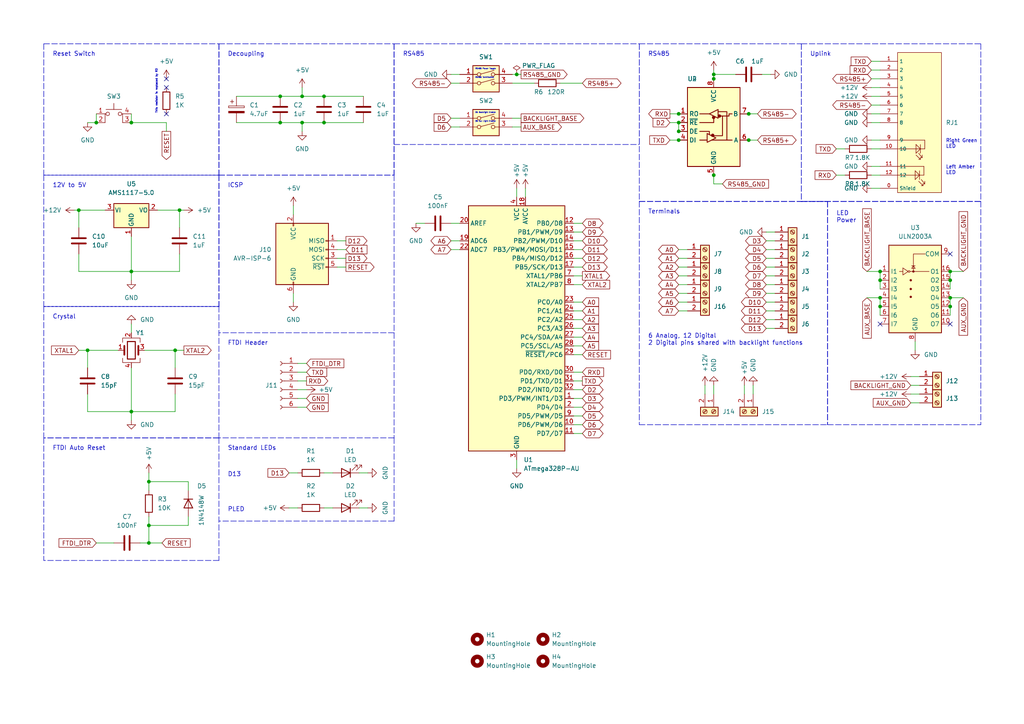
<source format=kicad_sch>
(kicad_sch (version 20211123) (generator eeschema)
  (paper "A4")
  (junction (at 52.07 60.96))
  (junction (at 207.01 50.8))
  (junction (at 81.28 27.94))
  (junction (at 196.85 38.1))
  (junction (at 93.98 35.56))
  (junction (at 255.27 88.9))
  (junction (at 196.85 40.64))
  (junction (at 255.27 78.74))
  (junction (at 93.98 27.94))
  (junction (at 207.01 21.59))
  (junction (at 217.17 40.64))
  (junction (at 207.01 22.86))
  (junction (at 38.1 35.56))
  (junction (at 149.86 21.59))
  (junction (at 196.85 33.02))
  (junction (at 43.18 152.4))
  (junction (at 22.86 60.96))
  (junction (at 275.59 78.74))
  (junction (at 275.59 86.36))
  (junction (at 196.85 35.56))
  (junction (at 38.1 78.74))
  (junction (at 43.18 157.48))
  (junction (at 87.63 35.56))
  (junction (at 255.27 86.36))
  (junction (at 275.59 81.28))
  (junction (at 255.27 81.28))
  (junction (at 217.17 33.02))
  (junction (at 25.4 101.6))
  (junction (at 275.59 88.9))
  (junction (at 50.8 101.6))
  (junction (at 38.1 119.38))
  (junction (at 87.63 27.94))
  (junction (at 43.18 139.7))
  (junction (at 81.28 35.56))
  (junction (at 27.94 35.56))
  (no_connect (at 48.26 22.86))
  (no_connect (at 275.59 73.66))
  (no_connect (at 275.59 93.98))
  (no_connect (at 255.27 93.98))
  (no_connect (at 48.26 33.02))
  (no_connect (at 48.26 25.4))
  (wire (pts (xy 168.91 82.55) (xy 166.37 82.55)))
  (wire (pts (xy 22.86 60.96) (xy 30.48 60.96)))
  (polyline (pts (xy 114.3 50.8) (xy 114.3 96.52)))
  (wire (pts (xy 22.86 78.74) (xy 38.1 78.74)))
  (wire (pts (xy 196.85 82.55) (xy 199.39 82.55)))
  (wire (pts (xy 38.1 78.74) (xy 52.07 78.74)))
  (wire (pts (xy 149.86 21.59) (xy 151.13 21.59)))
  (wire (pts (xy 252.73 25.4) (xy 255.27 25.4)))
  (wire (pts (xy 222.25 72.39) (xy 224.79 72.39)))
  (wire (pts (xy 41.91 101.6) (xy 50.8 101.6)))
  (wire (pts (xy 104.14 147.32) (xy 106.68 147.32)))
  (wire (pts (xy 252.73 22.86) (xy 255.27 22.86)))
  (wire (pts (xy 168.91 102.87) (xy 166.37 102.87)))
  (polyline (pts (xy 63.5 50.8) (xy 114.3 50.8)))
  (wire (pts (xy 252.73 40.64) (xy 255.27 40.64)))
  (polyline (pts (xy 63.5 127) (xy 12.7 127)))
  (wire (pts (xy 54.61 152.4) (xy 43.18 152.4)))
  (wire (pts (xy 25.4 119.38) (xy 38.1 119.38)))
  (polyline (pts (xy 240.03 58.42) (xy 240.03 123.19)))
  (polyline (pts (xy 232.41 58.42) (xy 284.48 58.42)))
  (wire (pts (xy 251.46 86.36) (xy 255.27 86.36)))
  (polyline (pts (xy 12.7 50.8) (xy 12.7 88.9)))
  (polyline (pts (xy 185.42 58.42) (xy 185.42 123.19)))
  (wire (pts (xy 222.25 82.55) (xy 224.79 82.55)))
  (wire (pts (xy 43.18 139.7) (xy 43.18 142.24)))
  (wire (pts (xy 120.65 64.77) (xy 123.19 64.77)))
  (polyline (pts (xy 114.3 41.91) (xy 185.42 41.91)))
  (polyline (pts (xy 240.03 123.19) (xy 284.48 123.19)))
  (wire (pts (xy 196.85 85.09) (xy 199.39 85.09)))
  (wire (pts (xy 222.25 85.09) (xy 224.79 85.09)))
  (wire (pts (xy 275.59 88.9) (xy 275.59 91.44)))
  (polyline (pts (xy 63.5 50.8) (xy 63.5 88.9)))
  (polyline (pts (xy 232.41 58.42) (xy 284.48 58.42)))
  (polyline (pts (xy 185.42 58.42) (xy 232.41 58.42)))
  (wire (pts (xy 43.18 157.48) (xy 43.18 152.4)))
  (wire (pts (xy 130.81 21.59) (xy 133.35 21.59)))
  (wire (pts (xy 207.01 53.34) (xy 209.55 53.34)))
  (wire (pts (xy 166.37 95.25) (xy 168.91 95.25)))
  (wire (pts (xy 275.59 86.36) (xy 275.59 88.9)))
  (wire (pts (xy 222.25 92.71) (xy 224.79 92.71)))
  (wire (pts (xy 218.44 111.76) (xy 218.44 114.3)))
  (wire (pts (xy 97.79 77.47) (xy 100.33 77.47)))
  (wire (pts (xy 196.85 87.63) (xy 199.39 87.63)))
  (wire (pts (xy 93.98 35.56) (xy 105.41 35.56)))
  (polyline (pts (xy 63.5 127) (xy 12.7 127)))
  (wire (pts (xy 166.37 87.63) (xy 168.91 87.63)))
  (wire (pts (xy 207.01 20.32) (xy 207.01 21.59)))
  (wire (pts (xy 166.37 92.71) (xy 168.91 92.71)))
  (wire (pts (xy 81.28 27.94) (xy 87.63 27.94)))
  (wire (pts (xy 130.81 24.13) (xy 133.35 24.13)))
  (wire (pts (xy 242.57 50.8) (xy 245.11 50.8)))
  (polyline (pts (xy 12.7 88.9) (xy 63.5 88.9)))
  (wire (pts (xy 85.09 59.69) (xy 85.09 62.23)))
  (wire (pts (xy 22.86 60.96) (xy 22.86 66.04)))
  (polyline (pts (xy 232.41 12.7) (xy 284.48 12.7)))
  (polyline (pts (xy 63.5 12.7) (xy 63.5 50.8)))
  (wire (pts (xy 25.4 35.56) (xy 27.94 35.56)))
  (wire (pts (xy 166.37 115.57) (xy 168.91 115.57)))
  (wire (pts (xy 87.63 25.4) (xy 87.63 27.94)))
  (wire (pts (xy 81.28 35.56) (xy 87.63 35.56)))
  (wire (pts (xy 222.25 90.17) (xy 224.79 90.17)))
  (wire (pts (xy 255.27 78.74) (xy 255.27 81.28)))
  (wire (pts (xy 196.85 90.17) (xy 199.39 90.17)))
  (wire (pts (xy 43.18 139.7) (xy 54.61 139.7)))
  (wire (pts (xy 68.58 27.94) (xy 81.28 27.94)))
  (wire (pts (xy 166.37 72.39) (xy 168.91 72.39)))
  (wire (pts (xy 88.9 115.57) (xy 86.36 115.57)))
  (wire (pts (xy 93.98 27.94) (xy 105.41 27.94)))
  (wire (pts (xy 222.25 77.47) (xy 224.79 77.47)))
  (wire (pts (xy 168.91 24.13) (xy 162.56 24.13)))
  (wire (pts (xy 166.37 110.49) (xy 168.91 110.49)))
  (polyline (pts (xy 284.48 58.42) (xy 284.48 123.19)))
  (wire (pts (xy 215.9 111.76) (xy 215.9 114.3)))
  (polyline (pts (xy 185.42 12.7) (xy 185.42 41.91)))
  (wire (pts (xy 21.59 60.96) (xy 22.86 60.96)))
  (wire (pts (xy 166.37 113.03) (xy 168.91 113.03)))
  (wire (pts (xy 207.01 111.76) (xy 207.01 114.3)))
  (wire (pts (xy 222.25 69.85) (xy 224.79 69.85)))
  (wire (pts (xy 87.63 35.56) (xy 93.98 35.56)))
  (polyline (pts (xy 63.5 12.7) (xy 63.5 50.8)))
  (wire (pts (xy 264.16 109.22) (xy 266.7 109.22)))
  (wire (pts (xy 222.25 67.31) (xy 224.79 67.31)))
  (wire (pts (xy 204.47 111.76) (xy 204.47 114.3)))
  (wire (pts (xy 50.8 119.38) (xy 38.1 119.38)))
  (wire (pts (xy 166.37 74.93) (xy 168.91 74.93)))
  (wire (pts (xy 25.4 114.3) (xy 25.4 119.38)))
  (wire (pts (xy 166.37 69.85) (xy 168.91 69.85)))
  (wire (pts (xy 43.18 137.16) (xy 43.18 139.7)))
  (wire (pts (xy 207.01 21.59) (xy 207.01 22.86)))
  (wire (pts (xy 207.01 21.59) (xy 213.36 21.59)))
  (wire (pts (xy 279.4 78.74) (xy 275.59 78.74)))
  (wire (pts (xy 194.31 35.56) (xy 196.85 35.56)))
  (polyline (pts (xy 185.42 12.7) (xy 232.41 12.7)))
  (wire (pts (xy 87.63 35.56) (xy 87.63 38.1)))
  (wire (pts (xy 97.79 72.39) (xy 100.33 72.39)))
  (wire (pts (xy 207.01 50.8) (xy 207.01 53.34)))
  (wire (pts (xy 166.37 100.33) (xy 168.91 100.33)))
  (wire (pts (xy 43.18 152.4) (xy 43.18 149.86)))
  (polyline (pts (xy 232.41 12.7) (xy 232.41 58.42)))
  (wire (pts (xy 252.73 54.61) (xy 255.27 54.61)))
  (polyline (pts (xy 63.5 50.8) (xy 114.3 50.8)))
  (polyline (pts (xy 114.3 151.13) (xy 63.5 151.13)))
  (wire (pts (xy 50.8 114.3) (xy 50.8 119.38)))
  (polyline (pts (xy 12.7 88.9) (xy 12.7 127)))
  (wire (pts (xy 196.85 35.56) (xy 196.85 38.1)))
  (polyline (pts (xy 114.3 127) (xy 114.3 151.13)))
  (wire (pts (xy 52.07 60.96) (xy 53.34 60.96)))
  (wire (pts (xy 97.79 74.93) (xy 100.33 74.93)))
  (polyline (pts (xy 114.3 96.52) (xy 63.5 96.52)))
  (wire (pts (xy 27.94 157.48) (xy 33.02 157.48)))
  (wire (pts (xy 25.4 101.6) (xy 25.4 106.68)))
  (wire (pts (xy 87.63 27.94) (xy 93.98 27.94)))
  (wire (pts (xy 265.43 99.06) (xy 265.43 101.6)))
  (wire (pts (xy 194.31 40.64) (xy 196.85 40.64)))
  (wire (pts (xy 38.1 68.58) (xy 38.1 78.74)))
  (polyline (pts (xy 63.5 50.8) (xy 12.7 50.8)))
  (wire (pts (xy 148.59 24.13) (xy 154.94 24.13)))
  (wire (pts (xy 130.81 69.85) (xy 133.35 69.85)))
  (polyline (pts (xy 63.5 88.9) (xy 12.7 88.9)))
  (wire (pts (xy 54.61 149.86) (xy 54.61 152.4)))
  (wire (pts (xy 149.86 54.61) (xy 149.86 57.15)))
  (wire (pts (xy 52.07 78.74) (xy 52.07 73.66)))
  (wire (pts (xy 38.1 106.68) (xy 38.1 119.38)))
  (wire (pts (xy 68.58 35.56) (xy 81.28 35.56)))
  (wire (pts (xy 252.73 20.32) (xy 255.27 20.32)))
  (wire (pts (xy 38.1 33.02) (xy 38.1 35.56)))
  (wire (pts (xy 166.37 97.79) (xy 168.91 97.79)))
  (wire (pts (xy 251.46 78.74) (xy 255.27 78.74)))
  (wire (pts (xy 148.59 21.59) (xy 149.86 21.59)))
  (polyline (pts (xy 114.3 12.7) (xy 114.3 50.8)))
  (polyline (pts (xy 114.3 12.7) (xy 185.42 12.7)))
  (wire (pts (xy 83.82 147.32) (xy 86.36 147.32)))
  (polyline (pts (xy 12.7 127) (xy 12.7 162.56)))
  (wire (pts (xy 88.9 118.11) (xy 86.36 118.11)))
  (wire (pts (xy 166.37 90.17) (xy 168.91 90.17)))
  (wire (pts (xy 196.85 80.01) (xy 199.39 80.01)))
  (wire (pts (xy 93.98 147.32) (xy 96.52 147.32)))
  (wire (pts (xy 255.27 86.36) (xy 255.27 88.9)))
  (wire (pts (xy 166.37 120.65) (xy 168.91 120.65)))
  (wire (pts (xy 83.82 137.16) (xy 86.36 137.16)))
  (wire (pts (xy 252.73 43.18) (xy 255.27 43.18)))
  (wire (pts (xy 148.59 34.29) (xy 151.13 34.29)))
  (wire (pts (xy 275.59 81.28) (xy 275.59 83.82)))
  (polyline (pts (xy 63.5 50.8) (xy 63.5 88.9)))
  (wire (pts (xy 252.73 48.26) (xy 255.27 48.26)))
  (wire (pts (xy 279.4 86.36) (xy 275.59 86.36)))
  (wire (pts (xy 54.61 142.24) (xy 54.61 139.7)))
  (wire (pts (xy 252.73 35.56) (xy 255.27 35.56)))
  (polyline (pts (xy 63.5 162.56) (xy 12.7 162.56)))
  (wire (pts (xy 220.98 21.59) (xy 223.52 21.59)))
  (wire (pts (xy 85.09 85.09) (xy 85.09 87.63)))
  (wire (pts (xy 130.81 36.83) (xy 133.35 36.83)))
  (wire (pts (xy 45.72 60.96) (xy 52.07 60.96)))
  (wire (pts (xy 166.37 125.73) (xy 168.91 125.73)))
  (polyline (pts (xy 185.42 58.42) (xy 240.03 58.42)))
  (wire (pts (xy 148.59 36.83) (xy 151.13 36.83)))
  (wire (pts (xy 217.17 33.02) (xy 219.71 33.02)))
  (wire (pts (xy 38.1 78.74) (xy 38.1 81.28)))
  (wire (pts (xy 264.16 111.76) (xy 266.7 111.76)))
  (wire (pts (xy 50.8 101.6) (xy 53.34 101.6)))
  (wire (pts (xy 194.31 33.02) (xy 196.85 33.02)))
  (wire (pts (xy 22.86 78.74) (xy 22.86 73.66)))
  (wire (pts (xy 149.86 133.35) (xy 149.86 135.89)))
  (wire (pts (xy 130.81 72.39) (xy 133.35 72.39)))
  (wire (pts (xy 255.27 88.9) (xy 255.27 91.44)))
  (polyline (pts (xy 63.5 12.7) (xy 114.3 12.7)))
  (wire (pts (xy 166.37 118.11) (xy 168.91 118.11)))
  (wire (pts (xy 252.73 27.94) (xy 255.27 27.94)))
  (polyline (pts (xy 240.03 58.42) (xy 240.03 123.19)))
  (wire (pts (xy 130.81 34.29) (xy 133.35 34.29)))
  (wire (pts (xy 48.26 35.56) (xy 48.26 38.1)))
  (wire (pts (xy 38.1 119.38) (xy 38.1 121.92)))
  (polyline (pts (xy 63.5 88.9) (xy 63.5 127)))
  (wire (pts (xy 168.91 80.01) (xy 166.37 80.01)))
  (wire (pts (xy 222.25 74.93) (xy 224.79 74.93)))
  (wire (pts (xy 166.37 77.47) (xy 168.91 77.47)))
  (polyline (pts (xy 12.7 12.7) (xy 12.7 50.8)))
  (wire (pts (xy 255.27 81.28) (xy 255.27 83.82)))
  (polyline (pts (xy 114.3 12.7) (xy 114.3 50.8)))
  (wire (pts (xy 217.17 40.64) (xy 219.71 40.64)))
  (wire (pts (xy 130.81 64.77) (xy 133.35 64.77)))
  (polyline (pts (xy 12.7 12.7) (xy 63.5 12.7)))
  (wire (pts (xy 275.59 78.74) (xy 275.59 81.28)))
  (wire (pts (xy 222.25 80.01) (xy 224.79 80.01)))
  (wire (pts (xy 52.07 60.96) (xy 52.07 66.04)))
  (wire (pts (xy 38.1 35.56) (xy 48.26 35.56)))
  (wire (pts (xy 264.16 116.84) (xy 266.7 116.84)))
  (wire (pts (xy 252.73 50.8) (xy 255.27 50.8)))
  (wire (pts (xy 264.16 114.3) (xy 266.7 114.3)))
  (polyline (pts (xy 63.5 127) (xy 63.5 162.56)))
  (wire (pts (xy 88.9 105.41) (xy 86.36 105.41)))
  (wire (pts (xy 43.18 157.48) (xy 46.99 157.48)))
  (wire (pts (xy 166.37 107.95) (xy 168.91 107.95)))
  (wire (pts (xy 27.94 33.02) (xy 27.94 35.56)))
  (wire (pts (xy 252.73 17.78) (xy 255.27 17.78)))
  (polyline (pts (xy 185.42 123.19) (xy 240.03 123.19)))
  (wire (pts (xy 104.14 137.16) (xy 106.68 137.16)))
  (wire (pts (xy 93.98 137.16) (xy 96.52 137.16)))
  (polyline (pts (xy 185.42 12.7) (xy 185.42 58.42)))
  (wire (pts (xy 25.4 101.6) (xy 34.29 101.6)))
  (wire (pts (xy 222.25 95.25) (xy 224.79 95.25)))
  (wire (pts (xy 97.79 69.85) (xy 100.33 69.85)))
  (wire (pts (xy 22.86 101.6) (xy 25.4 101.6)))
  (wire (pts (xy 50.8 101.6) (xy 50.8 106.68)))
  (wire (pts (xy 196.85 72.39) (xy 199.39 72.39)))
  (polyline (pts (xy 114.3 127) (xy 63.5 127)))
  (wire (pts (xy 222.25 87.63) (xy 224.79 87.63)))
  (wire (pts (xy 166.37 123.19) (xy 168.91 123.19)))
  (wire (pts (xy 252.73 30.48) (xy 255.27 30.48)))
  (polyline (pts (xy 232.41 12.7) (xy 232.41 58.42)))
  (wire (pts (xy 88.9 110.49) (xy 86.36 110.49)))
  (wire (pts (xy 252.73 33.02) (xy 255.27 33.02)))
  (wire (pts (xy 242.57 43.18) (xy 245.11 43.18)))
  (wire (pts (xy 40.64 157.48) (xy 43.18 157.48)))
  (wire (pts (xy 38.1 93.98) (xy 38.1 96.52)))
  (wire (pts (xy 166.37 64.77) (xy 168.91 64.77)))
  (wire (pts (xy 88.9 107.95) (xy 86.36 107.95)))
  (polyline (pts (xy 12.7 50.8) (xy 63.5 50.8)))
  (wire (pts (xy 88.9 113.03) (xy 86.36 113.03)))
  (polyline (pts (xy 284.48 12.7) (xy 284.48 58.42)))
  (wire (pts (xy 196.85 74.93) (xy 199.39 74.93)))
  (polyline (pts (xy 114.3 96.52) (xy 114.3 127)))
  (wire (pts (xy 196.85 77.47) (xy 199.39 77.47)))
  (wire (pts (xy 166.37 67.31) (xy 168.91 67.31)))
  (wire (pts (xy 152.4 54.61) (xy 152.4 57.15)))
  (text "RS485" (at 187.96 16.51 0) (effects (font (size 1.27 1.27)) (justify left bottom)))
  (text "Decoupling" (at 66.04 16.51 0) (effects (font (size 1.27 1.27)) (justify left bottom)))
  (text "Left Amber\nLED" (at 274.32 50.8 0) (effects (font (size 1.016 1.016)) (justify left bottom)))
  (text "D13" (at 66.04 138.43 0) (effects (font (size 1.27 1.27)) (justify left bottom)))
  (text "12V to 5V" (at 15.24 54.61 0) (effects (font (size 1.27 1.27)) (justify left bottom)))
  (text "Uplink" (at 234.95 16.51 0) (effects (font (size 1.27 1.27)) (justify left bottom)))
  (text "D5 Backlight Enable" (at 137.795 33.02 0) (effects (font (size 0.381 0.381)) (justify left bottom)))
  (text "RS485 Power Toggle" (at 137.795 20.32 0) (effects (font (size 0.381 0.381)) (justify left bottom)))
  (text "RS485" (at 116.84 16.51 0) (effects (font (size 1.27 1.27)) (justify left bottom)))
  (text "6 Analog, 12 Digital\n2 Digital pins shared with backlight functions" (at 187.96 100.33 0) (effects (font (size 1.27 1.27)) (justify left bottom)))
  (text "Terminals" (at 187.96 62.23 0) (effects (font (size 1.27 1.27)) (justify left bottom)))
  (text "RS485 Termination" (at 137.795 22.86 0) (effects (font (size 0.381 0.381)) (justify left bottom)))
  (text "PLED" (at 66.04 148.59 0) (effects (font (size 1.27 1.27)) (justify left bottom)))
  (text "FTDI Header" (at 66.04 100.33 0) (effects (font (size 1.27 1.27)) (justify left bottom)))
  (text "D6 Aux Light Enable" (at 137.795 35.56 0) (effects (font (size 0.381 0.381)) (justify left bottom)))
  (text "Standard LEDs" (at 66.04 130.81 0) (effects (font (size 1.27 1.27)) (justify left bottom)))
  (text "LED\nPower" (at 242.57 64.77 0) (effects (font (size 1.27 1.27)) (justify left bottom)))
  (text "Right Green\nLED" (at 274.32 43.18 0) (effects (font (size 1.016 1.016)) (justify left bottom)))
  (text "FTDI Auto Reset" (at 15.24 130.81 0) (effects (font (size 1.27 1.27)) (justify left bottom)))
  (text "Reset Switch" (at 15.24 16.51 0) (effects (font (size 1.27 1.27)) (justify left bottom)))
  (text "Crystal" (at 15.24 92.71 0) (effects (font (size 1.27 1.27)) (justify left bottom)))
  (text "ICSP" (at 66.04 54.61 0) (effects (font (size 1.27 1.27)) (justify left bottom)))
  (text "This resistor is replaced by R3" (at 45.72 33.02 90) (effects (font (size 0.54 0.54)) (justify left bottom)))
  (global_label "A1" (shape input) (at 168.91 90.17 0) (property "Intersheet References" "${INTERSHEET_REFS}" (effects hide)))
  (global_label "A1" (shape bidirectional) (at 196.85 74.93 180) (property "Intersheet References" "${INTERSHEET_REFS}" (effects hide)))
  (global_label "RXD" (shape output) (at 88.9 110.49 0) (property "Intersheet References" "${INTERSHEET_REFS}" (effects hide)))
  (global_label "RXD" (shape input) (at 168.91 107.95 0) (property "Intersheet References" "${INTERSHEET_REFS}" (effects hide)))
  (global_label "D11" (shape bidirectional) (at 222.25 90.17 180) (property "Intersheet References" "${INTERSHEET_REFS}" (effects hide)))
  (global_label "D6" (shape bidirectional) (at 222.25 77.47 180) (property "Intersheet References" "${INTERSHEET_REFS}" (effects hide)))
  (global_label "D8" (shape bidirectional) (at 222.25 82.55 180) (property "Intersheet References" "${INTERSHEET_REFS}" (effects hide)))
  (global_label "D11" (shape bidirectional) (at 168.91 72.39 0) (property "Intersheet References" "${INTERSHEET_REFS}" (effects hide)))
  (global_label "A2" (shape bidirectional) (at 196.85 77.47 180) (property "Intersheet References" "${INTERSHEET_REFS}" (effects hide)))
  (global_label "D12" (shape bidirectional) (at 168.91 74.93 0) (property "Intersheet References" "${INTERSHEET_REFS}" (effects hide)))
  (global_label "XTAL1" (shape input) (at 22.86 101.6 180) (property "Intersheet References" "${INTERSHEET_REFS}" (effects hide)))
  (global_label "A7" (shape bidirectional) (at 196.85 90.17 180) (property "Intersheet References" "${INTERSHEET_REFS}" (effects hide)))
  (global_label "D4" (shape bidirectional) (at 222.25 72.39 180) (property "Intersheet References" "${INTERSHEET_REFS}" (effects hide)))
  (global_label "A3" (shape input) (at 168.91 95.25 0) (property "Intersheet References" "${INTERSHEET_REFS}" (effects hide)))
  (global_label "D9" (shape bidirectional) (at 222.25 85.09 180) (property "Intersheet References" "${INTERSHEET_REFS}" (effects hide)))
  (global_label "GND" (shape input) (at 88.9 115.57 0) (property "Intersheet References" "${INTERSHEET_REFS}" (effects hide)))
  (global_label "BACKLIGHT_BASE" (shape input) (at 251.46 78.74 90) (property "Intersheet References" "${INTERSHEET_REFS}" (effects hide)))
  (global_label "A6" (shape bidirectional) (at 130.81 69.85 180) (property "Intersheet References" "${INTERSHEET_REFS}" (effects hide)))
  (global_label "D13" (shape input) (at 83.82 137.16 180) (property "Intersheet References" "${INTERSHEET_REFS}" (effects hide)))
  (global_label "D2" (shape input) (at 194.31 35.56 180) (property "Intersheet References" "${INTERSHEET_REFS}" (effects hide)))
  (global_label "TXD" (shape input) (at 242.57 43.18 180) (property "Intersheet References" "${INTERSHEET_REFS}" (effects hide)))
  (global_label "RESET" (shape input) (at 168.91 102.87 0) (property "Intersheet References" "${INTERSHEET_REFS}" (effects hide)))
  (global_label "A4" (shape input) (at 168.91 97.79 0) (property "Intersheet References" "${INTERSHEET_REFS}" (effects hide)))
  (global_label "AUX_BASE" (shape output) (at 151.13 36.83 0) (property "Intersheet References" "${INTERSHEET_REFS}" (effects hide)))
  (global_label "FTDI_DTR" (shape input) (at 88.9 105.41 0) (property "Intersheet References" "${INTERSHEET_REFS}" (effects hide)))
  (global_label "RS485-" (shape bidirectional) (at 130.81 24.13 180) (property "Intersheet References" "${INTERSHEET_REFS}" (effects hide)))
  (global_label "FTDI_DTR" (shape input) (at 27.94 157.48 180) (property "Intersheet References" "${INTERSHEET_REFS}" (effects hide)))
  (global_label "AUX_GND" (shape input) (at 264.16 116.84 180) (property "Intersheet References" "${INTERSHEET_REFS}" (effects hide)))
  (global_label "A4" (shape bidirectional) (at 196.85 82.55 180) (property "Intersheet References" "${INTERSHEET_REFS}" (effects hide)))
  (global_label "RS485-" (shape bidirectional) (at 252.73 30.48 180) (property "Intersheet References" "${INTERSHEET_REFS}" (effects hide)))
  (global_label "D10" (shape bidirectional) (at 222.25 87.63 180) (property "Intersheet References" "${INTERSHEET_REFS}" (effects hide)))
  (global_label "D7" (shape bidirectional) (at 168.91 125.73 0) (property "Intersheet References" "${INTERSHEET_REFS}" (effects hide)))
  (global_label "A6" (shape bidirectional) (at 196.85 87.63 180) (property "Intersheet References" "${INTERSHEET_REFS}" (effects hide)))
  (global_label "BACKLIGHT_GND" (shape input) (at 264.16 111.76 180) (property "Intersheet References" "${INTERSHEET_REFS}" (effects hide)))
  (global_label "D13" (shape bidirectional) (at 168.91 77.47 0) (property "Intersheet References" "${INTERSHEET_REFS}" (effects hide)))
  (global_label "A0" (shape bidirectional) (at 196.85 72.39 180) (property "Intersheet References" "${INTERSHEET_REFS}" (effects hide)))
  (global_label "XTAL1" (shape output) (at 168.91 80.01 0) (property "Intersheet References" "${INTERSHEET_REFS}" (effects hide)))
  (global_label "D5" (shape bidirectional) (at 222.25 74.93 180) (property "Intersheet References" "${INTERSHEET_REFS}" (effects hide)))
  (global_label "RESET" (shape input) (at 46.99 157.48 0) (property "Intersheet References" "${INTERSHEET_REFS}" (effects hide)))
  (global_label "D13" (shape output) (at 100.33 74.93 0) (property "Intersheet References" "${INTERSHEET_REFS}" (effects hide)))
  (global_label "D3" (shape bidirectional) (at 168.91 115.57 0) (property "Intersheet References" "${INTERSHEET_REFS}" (effects hide)))
  (global_label "A5" (shape bidirectional) (at 196.85 85.09 180) (property "Intersheet References" "${INTERSHEET_REFS}" (effects hide)))
  (global_label "RS485+" (shape bidirectional) (at 168.91 24.13 0) (property "Intersheet References" "${INTERSHEET_REFS}" (effects hide)))
  (global_label "D10" (shape bidirectional) (at 168.91 69.85 0) (property "Intersheet References" "${INTERSHEET_REFS}" (effects hide)))
  (global_label "D5" (shape bidirectional) (at 168.91 120.65 0) (property "Intersheet References" "${INTERSHEET_REFS}" (effects hide)))
  (global_label "D11" (shape input) (at 100.33 72.39 0) (property "Intersheet References" "${INTERSHEET_REFS}" (effects hide)))
  (global_label "A3" (shape bidirectional) (at 196.85 80.01 180) (property "Intersheet References" "${INTERSHEET_REFS}" (effects hide)))
  (global_label "D9" (shape bidirectional) (at 168.91 67.31 0) (property "Intersheet References" "${INTERSHEET_REFS}" (effects hide)))
  (global_label "XTAL2" (shape input) (at 168.91 82.55 0) (property "Intersheet References" "${INTERSHEET_REFS}" (effects hide)))
  (global_label "GND" (shape input) (at 88.9 118.11 0) (property "Intersheet References" "${INTERSHEET_REFS}" (effects hide)))
  (global_label "A5" (shape input) (at 168.91 100.33 0) (property "Intersheet References" "${INTERSHEET_REFS}" (effects hide)))
  (global_label "RS485+" (shape bidirectional) (at 219.71 40.64 0) (property "Intersheet References" "${INTERSHEET_REFS}" (effects hide)))
  (global_label "RS485_GND" (shape output) (at 151.13 21.59 0) (property "Intersheet References" "${INTERSHEET_REFS}" (effects hide)))
  (global_label "D13" (shape bidirectional) (at 222.25 95.25 180) (property "Intersheet References" "${INTERSHEET_REFS}" (effects hide)))
  (global_label "RXD" (shape input) (at 242.57 50.8 180) (property "Intersheet References" "${INTERSHEET_REFS}" (effects hide)))
  (global_label "D5" (shape input) (at 130.81 34.29 180) (property "Intersheet References" "${INTERSHEET_REFS}" (effects hide)))
  (global_label "TXD" (shape output) (at 168.91 110.49 0) (property "Intersheet References" "${INTERSHEET_REFS}" (effects hide)))
  (global_label "D6" (shape input) (at 130.81 36.83 180) (property "Intersheet References" "${INTERSHEET_REFS}" (effects hide)))
  (global_label "D12" (shape bidirectional) (at 222.25 92.71 180) (property "Intersheet References" "${INTERSHEET_REFS}" (effects hide)))
  (global_label "D7" (shape bidirectional) (at 222.25 80.01 180) (property "Intersheet References" "${INTERSHEET_REFS}" (effects hide)))
  (global_label "D4" (shape bidirectional) (at 168.91 118.11 0) (property "Intersheet References" "${INTERSHEET_REFS}" (effects hide)))
  (global_label "RS485_GND" (shape input) (at 209.55 53.34 0) (property "Intersheet References" "${INTERSHEET_REFS}" (effects hide)))
  (global_label "D12" (shape output) (at 100.33 69.85 0) (property "Intersheet References" "${INTERSHEET_REFS}" (effects hide)))
  (global_label "D8" (shape bidirectional) (at 168.91 64.77 0) (property "Intersheet References" "${INTERSHEET_REFS}" (effects hide)))
  (global_label "RS485+" (shape bidirectional) (at 252.73 22.86 180) (property "Intersheet References" "${INTERSHEET_REFS}" (effects hide)))
  (global_label "XTAL2" (shape output) (at 53.34 101.6 0) (property "Intersheet References" "${INTERSHEET_REFS}" (effects hide)))
  (global_label "BACKLIGHT_BASE" (shape output) (at 151.13 34.29 0) (property "Intersheet References" "${INTERSHEET_REFS}" (effects hide)))
  (global_label "AUX_BASE" (shape input) (at 251.46 86.36 270) (property "Intersheet References" "${INTERSHEET_REFS}" (effects hide)))
  (global_label "A0" (shape input) (at 168.91 87.63 0) (property "Intersheet References" "${INTERSHEET_REFS}" (effects hide)))
  (global_label "A2" (shape input) (at 168.91 92.71 0) (property "Intersheet References" "${INTERSHEET_REFS}" (effects hide)))
  (global_label "D6" (shape bidirectional) (at 168.91 123.19 0) (property "Intersheet References" "${INTERSHEET_REFS}" (effects hide)))
  (global_label "BACKLIGHT_GND" (shape input) (at 279.4 78.74 90) (property "Intersheet References" "${INTERSHEET_REFS}" (effects hide)))
  (global_label "TXD" (shape input) (at 88.9 107.95 0) (property "Intersheet References" "${INTERSHEET_REFS}" (effects hide)))
  (global_label "RXD" (shape output) (at 194.31 33.02 180) (property "Intersheet References" "${INTERSHEET_REFS}" (effects hide)))
  (global_label "RS485-" (shape bidirectional) (at 219.71 33.02 0) (property "Intersheet References" "${INTERSHEET_REFS}" (effects hide)))
  (global_label "RESET" (shape output) (at 48.26 38.1 270) (property "Intersheet References" "${INTERSHEET_REFS}" (effects hide)))
  (global_label "TXD" (shape input) (at 252.73 17.78 180) (property "Intersheet References" "${INTERSHEET_REFS}" (effects hide)))
  (global_label "TXD" (shape input) (at 194.31 40.64 180) (property "Intersheet References" "${INTERSHEET_REFS}" (effects hide)))
  (global_label "AUX_GND" (shape input) (at 279.4 86.36 270) (property "Intersheet References" "${INTERSHEET_REFS}" (effects hide)))
  (global_label "A7" (shape bidirectional) (at 130.81 72.39 180) (property "Intersheet References" "${INTERSHEET_REFS}" (effects hide)))
  (global_label "RESET" (shape output) (at 100.33 77.47 0) (property "Intersheet References" "${INTERSHEET_REFS}" (effects hide)))
  (global_label "D3" (shape bidirectional) (at 222.25 69.85 180) (property "Intersheet References" "${INTERSHEET_REFS}" (effects hide)))
  (global_label "D2" (shape bidirectional) (at 168.91 113.03 0) (property "Intersheet References" "${INTERSHEET_REFS}" (effects hide)))
  (global_label "RXD" (shape input) (at 252.73 20.32 180) (property "Intersheet References" "${INTERSHEET_REFS}" (effects hide)))
  (symbol (lib_id "Connector:Screw_Terminal_01x02") (at 271.78 114.3 0) (unit 1)
    (property "Reference" "J13" (at 274.32 115.5699 0) (effects (justify left)))
    (property "Value" "Screw_Terminal_01x02" (effects hide))
    (property "Footprint" "A10 KiCad Libraries:CONN-TH_WJ126V-5.0-2P" (effects hide))
    (property "LCSC" "C8404" (effects hide))
  )
  (symbol (lib_id "Device:D") (at 54.61 146.05 270) (unit 1)
    (property "Reference" "D5" (at 57.15 140.97 90) (effects (justify left)))
    (property "Value" "1N4148W" (at 58.42 143.51 0) (effects (justify left)))
    (property "Footprint" "Diode_SMD:D_SOD-123" (effects hide))
    (property "LCSC" "C81598" (effects hide))
  )
  (symbol (lib_id "power:+5V") (at 149.86 54.61 0) (unit 1)
    (property "Reference" "#PWR0124" (effects hide))
    (property "Value" "+5V" (at 149.86 49.53 90))
  )
  (symbol (lib_id "Switch:SW_DIP_x02") (at 140.97 24.13 0) (unit 1)
    (property "Reference" "SW1" (at 140.97 16.51 0))
    (property "Value" "SW_DIP_x02" (effects hide))
    (property "Footprint" "A10 KiCad Libraries:SW-SMD_DSHP02TSGER" (effects hide))
    (property "LCSC" "C367376" (effects hide))
  )
  (symbol (lib_id "Device:C") (at 36.83 157.48 270) (unit 1)
    (property "Reference" "C7" (at 36.83 149.86 90))
    (property "Value" "100nF" (at 36.83 152.4 90))
    (property "Footprint" "A10 KiCad Libraries:C0402" (effects hide))
    (property "LCSC" "C1525" (effects hide))
  )
  (symbol (lib_id "power:GND") (at 223.52 21.59 90) (unit 1)
    (property "Reference" "#PWR0128" (effects hide))
    (property "Value" "GND" (at 227.33 21.5899 90) (effects (justify right)))
  )
  (symbol (lib_id "power:GND") (at 38.1 121.92 0) (unit 1)
    (property "Reference" "#PWR0123" (effects hide))
    (property "Value" "GND" (at 40.64 123.1899 0) (effects (justify left)))
  )
  (symbol (lib_id "power:+12V") (at 21.59 60.96 90) (unit 1)
    (property "Reference" "#PWR0103" (effects hide))
    (property "Value" "+12V" (at 17.78 60.9599 90) (effects (justify left)))
  )
  (symbol (lib_id "power:GND") (at 38.1 81.28 0) (unit 1)
    (property "Reference" "#PWR0121" (effects hide))
    (property "Value" "GND" (at 38.1 86.36 0))
  )
  (symbol (lib_id "Device:R") (at 90.17 137.16 90) (unit 1)
    (property "Reference" "R1" (at 90.17 130.81 90))
    (property "Value" "1K" (at 90.17 133.35 90))
    (property "Footprint" "Resistor_SMD:R_0805_2012Metric" (effects hide))
    (property "LCSC" "C17513" (effects hide))
  )
  (symbol (lib_id "Device:LED") (at 100.33 137.16 180) (unit 1)
    (property "Reference" "D1" (at 101.6 130.81 0))
    (property "Value" "LED" (at 101.6 133.35 0))
    (property "Footprint" "LED_SMD:LED_0603_1608Metric" (effects hide))
    (property "LCSC" "C72041" (effects hide))
  )
  (symbol (lib_id "power:+5V") (at 88.9 113.03 270) (mirror x) (unit 1)
    (property "Reference" "#PWR0117" (effects hide))
    (property "Value" "+5V" (at 96.52 113.03 90) (effects (justify right)))
  )
  (symbol (lib_id "power:+5V") (at 53.34 60.96 270) (unit 1)
    (property "Reference" "#PWR0106" (effects hide))
    (property "Value" "+5V" (at 57.15 60.9599 90) (effects (justify left)))
  )
  (symbol (lib_id "power:GND") (at 106.68 137.16 90) (unit 1)
    (property "Reference" "#PWR0115" (effects hide))
    (property "Value" "GND" (at 111.76 137.16 0))
  )
  (symbol (lib_id "power:+5V") (at 87.63 25.4 0) (unit 1)
    (property "Reference" "#PWR0114" (effects hide))
    (property "Value" "+5V" (at 87.63 20.32 0))
  )
  (symbol (lib_id "Connector:Screw_Terminal_01x02") (at 229.87 82.55 0) (unit 1)
    (property "Reference" "J4" (at 232.41 83.8199 0) (effects (justify left)))
    (property "Value" "Screw_Terminal_01x02" (effects hide))
    (property "Footprint" "A10 KiCad Libraries:CONN-TH_WJ126V-5.0-2P" (effects hide))
    (property "LCSC" "C8404" (effects hide))
  )
  (symbol (lib_id "Mechanical:MountingHole") (at 157.48 191.77 0) (unit 1)
    (property "Reference" "H4" (at 160.02 190.4999 0) (effects (justify left)))
    (property "Value" "MountingHole" (at 160.02 193.0399 0) (effects (justify left)))
    (property "Footprint" "MountingHole:MountingHole_3.2mm_M3" (effects hide))
  )
  (symbol (lib_id "Device:C") (at 52.07 69.85 0) (unit 1)
    (property "Reference" "C11" (at 55.88 68.5799 0) (effects (justify left)))
    (property "Value" "1uF" (at 55.88 71.1199 0) (effects (justify left)))
    (property "Footprint" "A10 KiCad Libraries:C0402" (effects hide))
    (property "LCSC" "C52923" (effects hide))
  )
  (symbol (lib_id "Device:LED") (at 100.33 147.32 180) (unit 1)
    (property "Reference" "D2" (at 101.6 140.97 0))
    (property "Value" "LED" (at 101.6 143.51 0))
    (property "Footprint" "LED_SMD:LED_0603_1608Metric" (effects hide))
    (property "LCSC" "C72041" (effects hide))
  )
  (symbol (lib_id "Connector:Screw_Terminal_01x02") (at 271.78 109.22 0) (unit 1)
    (property "Reference" "J12" (at 274.32 110.4899 0) (effects (justify left)))
    (property "Value" "Screw_Terminal_01x02" (effects hide))
    (property "Footprint" "A10 KiCad Libraries:CONN-TH_WJ126V-5.0-2P" (effects hide))
    (property "LCSC" "C8404" (effects hide))
  )
  (symbol (lib_id "power:+5V") (at 85.09 59.69 0) (unit 1)
    (property "Reference" "#PWR0113" (effects hide))
    (property "Value" "+5V" (at 85.09 54.61 0))
  )
  (symbol (lib_id "power:GND") (at 106.68 147.32 90) (unit 1)
    (property "Reference" "#PWR0116" (effects hide))
    (property "Value" "GND" (at 111.76 147.32 0))
  )
  (symbol (lib_id "power:GND") (at 149.86 135.89 0) (unit 1)
    (property "Reference" "#PWR0129" (effects hide))
    (property "Value" "GND" (at 149.86 140.97 0))
  )
  (symbol (lib_id "Connector:Screw_Terminal_01x02") (at 204.47 72.39 0) (unit 1)
    (property "Reference" "J7" (at 207.01 73.6599 0) (effects (justify left)))
    (property "Value" "Screw_Terminal_01x02" (effects hide))
    (property "Footprint" "A10 KiCad Libraries:CONN-TH_WJ126V-5.0-2P" (effects hide))
    (property "LCSC" "C8404" (effects hide))
  )
  (symbol (lib_id "Device:C") (at 81.28 31.75 0) (unit 1)
    (property "Reference" "C2" (at 85.09 30.4799 0) (effects (justify left)))
    (property "Value" "1uF" (at 85.09 33.0199 0) (effects (justify left)))
    (property "Footprint" "A10 KiCad Libraries:C0402" (effects hide))
    (property "LCSC" "C52923" (effects hide))
  )
  (symbol (lib_id "Connector:Screw_Terminal_01x02") (at 229.87 92.71 0) (unit 1)
    (property "Reference" "J6" (at 232.41 93.9799 0) (effects (justify left)))
    (property "Value" "Screw_Terminal_01x02" (effects hide))
    (property "Footprint" "A10 KiCad Libraries:CONN-TH_WJ126V-5.0-2P" (effects hide))
    (property "LCSC" "C8404" (effects hide))
  )
  (symbol (lib_id "Connector:Screw_Terminal_01x02") (at 204.47 77.47 0) (unit 1)
    (property "Reference" "J8" (at 207.01 78.7399 0) (effects (justify left)))
    (property "Value" "Screw_Terminal_01x02" (effects hide))
    (property "Footprint" "A10 KiCad Libraries:CONN-TH_WJ126V-5.0-2P" (effects hide))
    (property "LCSC" "C8404" (effects hide))
  )
  (symbol (lib_id "Connector:AVR-ISP-6") (at 87.63 74.93 0) (unit 1)
    (property "Reference" "J10" (at 78.74 72.3899 0) (effects (justify right)))
    (property "Value" "AVR-ISP-6" (at 78.74 74.9299 0) (effects (justify right)))
    (property "Footprint" "Connector_PinHeader_2.54mm:PinHeader_2x03_P2.54mm_Vertical" (effects hide))
    (property "Datasheet" " ~" (effects hide))
    (property "LCSC" "C492420" (effects hide))
  )
  (symbol (lib_id "Connector:Conn_01x06_Female") (at 81.28 110.49 0) (mirror y) (unit 1)
    (property "Reference" "J11" (at 78.74 111.76 0))
    (property "Value" "Conn_01x06_Female" (effects hide))
    (property "Footprint" "Connector_PinSocket_2.54mm:PinSocket_1x06_P2.54mm_Vertical" (effects hide))
    (property "LCSC" "C40877" (effects hide))
  )
  (symbol (lib_id "Device:C") (at 22.86 69.85 0) (unit 1)
    (property "Reference" "C10" (at 26.67 68.5799 0) (effects (justify left)))
    (property "Value" "10uF" (at 26.67 71.1199 0) (effects (justify left)))
    (property "Footprint" "A10 KiCad Libraries:C0402" (effects hide))
    (property "LCSC" "C15525" (effects hide))
  )
  (symbol (lib_id "Switch:SW_DIP_x02") (at 140.97 36.83 0) (unit 1)
    (property "Reference" "SW2" (at 140.97 29.21 0))
    (property "Value" "SW_DIP_x02" (effects hide))
    (property "Footprint" "A10 KiCad Libraries:SW-SMD_DSHP02TSGER" (effects hide))
    (property "LCSC" "C367376" (effects hide))
  )
  (symbol (lib_id "Transistor_Array:ULN2003A") (at 265.43 83.82 0) (unit 1)
    (property "Reference" "U3" (at 265.43 66.04 0))
    (property "Value" "ULN2003A" (at 265.43 68.58 0))
    (property "Footprint" "A10 KiCad Libraries:SOP-16_L10.0-W3.9-P1.27-LS6.0-BL" (effects hide))
    (property "Datasheet" "http://www.ti.com/lit/ds/symlink/uln2003a.pdf" (effects hide))
    (property "LCSC" "C7512" (effects hide))
  )
  (symbol (lib_id "power:GND") (at 265.43 101.6 0) (unit 1)
    (property "Reference" "#PWR0138" (effects hide))
    (property "Value" "GND" (at 267.97 102.8699 0) (effects (justify left)))
  )
  (symbol (lib_id "power:+5V") (at 48.26 22.86 0) (unit 1)
    (property "Reference" "#PWR0105" (effects hide))
    (property "Value" "+5V" (at 48.26 17.78 0))
  )
  (symbol (lib_id "power:+12V") (at 204.47 111.76 0) (unit 1)
    (property "Reference" "#PWR0143" (effects hide))
    (property "Value" "+12V" (at 204.47 107.95 90) (effects (justify left)))
  )
  (symbol (lib_id "power:GND") (at 252.73 35.56 270) (unit 1)
    (property "Reference" "#PWR0133" (effects hide))
    (property "Value" "GND" (at 248.92 35.5599 90) (effects (justify right)))
  )
  (symbol (lib_id "Connector:Screw_Terminal_01x02") (at 229.87 87.63 0) (unit 1)
    (property "Reference" "J5" (at 232.41 88.8999 0) (effects (justify left)))
    (property "Value" "Screw_Terminal_01x02" (effects hide))
    (property "Footprint" "A10 KiCad Libraries:CONN-TH_WJ126V-5.0-2P" (effects hide))
    (property "LCSC" "C8404" (effects hide))
  )
  (symbol (lib_id "Mechanical:MountingHole") (at 138.43 191.77 0) (unit 1)
    (property "Reference" "H3" (at 140.97 190.4999 0) (effects (justify left)))
    (property "Value" "MountingHole" (at 140.97 193.0399 0) (effects (justify left)))
    (property "Footprint" "MountingHole:MountingHole_3.2mm_M3" (effects hide))
  )
  (symbol (lib_id "Device:C") (at 25.4 110.49 180) (unit 1)
    (property "Reference" "C8" (at 29.21 109.2199 0) (effects (justify right)))
    (property "Value" "15pF" (at 29.21 111.7599 0) (effects (justify right)))
    (property "Footprint" "A10 KiCad Libraries:C0402" (effects hide))
    (property "LCSC" "C1548" (effects hide))
  )
  (symbol (lib_id "Device:R") (at 48.26 29.21 0) (unit 1) (in_bom no) (on_board no)
    (property "Reference" "R5" (at 50.8 27.9399 0) (effects (justify left)))
    (property "Value" "1K" (at 50.8 30.4799 0) (effects (justify left)))
    (property "Footprint" "Resistor_SMD:R_0805_2012Metric" (effects hide))
    (property "LCSC" "C17513" (effects hide))
  )
  (symbol (lib_id "Device:C") (at 93.98 31.75 0) (unit 1)
    (property "Reference" "C3" (at 97.79 30.4799 0) (effects (justify left)))
    (property "Value" "1uF" (at 97.79 33.0199 0) (effects (justify left)))
    (property "Footprint" "A10 KiCad Libraries:C0402" (effects hide))
    (property "LCSC" "C52923" (effects hide))
  )
  (symbol (lib_id "power:+5V") (at 152.4 54.61 0) (unit 1)
    (property "Reference" "#PWR0125" (effects hide))
    (property "Value" "+5V" (at 152.4 49.53 90))
  )
  (symbol (lib_id "Device:C") (at 217.17 21.59 90) (unit 1)
    (property "Reference" "C6" (at 214.63 17.78 90))
    (property "Value" "1uF" (at 219.71 17.78 90))
    (property "Footprint" "A10 KiCad Libraries:C0402" (effects hide))
    (property "LCSC" "C52923" (effects hide))
  )
  (symbol (lib_id "Mechanical:MountingHole") (at 157.48 185.42 0) (unit 1)
    (property "Reference" "H2" (at 160.02 184.1499 0) (effects (justify left)))
    (property "Value" "MountingHole" (at 160.02 186.6899 0) (effects (justify left)))
    (property "Footprint" "MountingHole:MountingHole_3.2mm_M3" (effects hide))
  )
  (symbol (lib_id "A10:MAX487") (at 207.01 36.83 0) (unit 1) (in_bom no)
    (property "Reference" "U4" (at 199.39 22.86 0) (effects (justify left)))
    (property "Value" "MAX487CPA+" (effects hide))
    (property "Footprint" "Package_DIP:DIP-8_W7.62mm" (effects hide))
    (property "Datasheet" "https://datasheets.maximintegrated.com/en/ds/MAX1487E-MAX491E.pdf" (effects hide))
  )
  (symbol (lib_id "Device:R") (at 158.75 24.13 270) (unit 1)
    (property "Reference" "R6" (at 156.21 26.67 90))
    (property "Value" "120R" (at 161.29 26.67 90))
    (property "Footprint" "Resistor_SMD:R_0805_2012Metric" (effects hide))
    (property "LCSC" "C17437" (effects hide))
  )
  (symbol (lib_id "Device:R") (at 43.18 146.05 0) (unit 1)
    (property "Reference" "R3" (at 45.72 144.7799 0) (effects (justify left)))
    (property "Value" "10K" (at 45.72 147.3199 0) (effects (justify left)))
    (property "Footprint" "Resistor_SMD:R_0805_2012Metric" (effects hide))
    (property "LCSC" "C17414" (effects hide))
  )
  (symbol (lib_id "power:GND") (at 252.73 33.02 270) (unit 1)
    (property "Reference" "#PWR0136" (effects hide))
    (property "Value" "GND" (at 248.92 33.0199 90) (effects (justify right)))
  )
  (symbol (lib_id "power:+5V") (at 207.01 20.32 0) (unit 1)
    (property "Reference" "#PWR0127" (effects hide))
    (property "Value" "+5V" (at 207.01 15.24 0))
  )
  (symbol (lib_id "Device:C") (at 105.41 31.75 0) (unit 1)
    (property "Reference" "C4" (at 109.22 30.4799 0) (effects (justify left)))
    (property "Value" "1uF" (at 109.22 33.0199 0) (effects (justify left)))
    (property "Footprint" "A10 KiCad Libraries:C0402" (effects hide))
    (property "LCSC" "C52923" (effects hide))
  )
  (symbol (lib_id "Connector:Screw_Terminal_01x02") (at 207.01 119.38 270) (unit 1)
    (property "Reference" "J14" (at 209.55 119.38 90) (effects (justify left)))
    (property "Value" "Screw_Terminal_01x02" (effects hide))
    (property "Footprint" "A10 KiCad Libraries:CONN-TH_WJ126V-5.0-2P" (effects hide))
    (property "LCSC" "C8404" (effects hide))
  )
  (symbol (lib_id "power:GND") (at 207.01 111.76 180) (unit 1)
    (property "Reference" "#PWR0102" (effects hide))
    (property "Value" "GND" (at 207.01 107.95 90) (effects (justify right)))
  )
  (symbol (lib_id "Connector:Screw_Terminal_01x02") (at 204.47 87.63 0) (unit 1)
    (property "Reference" "J16" (at 207.01 88.8999 0) (effects (justify left)))
    (property "Value" "Screw_Terminal_01x02" (effects hide))
    (property "Footprint" "A10 KiCad Libraries:CONN-TH_WJ126V-5.0-2P" (effects hide))
    (property "LCSC" "C8404" (effects hide))
  )
  (symbol (lib_id "power:GND") (at 87.63 38.1 0) (unit 1)
    (property "Reference" "#PWR0112" (effects hide))
    (property "Value" "GND" (at 87.63 43.18 0))
  )
  (symbol (lib_id "Connector:Screw_Terminal_01x02") (at 229.87 72.39 0) (unit 1)
    (property "Reference" "J2" (at 232.41 73.6599 0) (effects (justify left)))
    (property "Value" "Screw_Terminal_01x02" (effects hide))
    (property "Footprint" "A10 KiCad Libraries:CONN-TH_WJ126V-5.0-2P" (effects hide))
    (property "LCSC" "C8404" (effects hide))
  )
  (symbol (lib_id "power:+12V") (at 252.73 25.4 90) (unit 1)
    (property "Reference" "#PWR0131" (effects hide))
    (property "Value" "+12V" (at 248.92 25.3999 90) (effects (justify left)))
  )
  (symbol (lib_id "power:+5V") (at 83.82 147.32 90) (unit 1)
    (property "Reference" "#PWR0119" (effects hide))
    (property "Value" "+5V" (at 76.2 147.32 90) (effects (justify right)))
  )
  (symbol (lib_id "A10:RJ45-B-1*1") (at 266.7 35.56 0) (unit 1)
    (property "Reference" "RJ1" (at 274.32 35.5599 0) (effects (justify left)))
    (property "Value" "RJ45-B-1*1" (effects hide))
    (property "Footprint" "A10 KiCad Libraries:RJ45-TH_B-1-1" (effects hide))
    (property "LCSC" "C138392" (effects hide))
  )
  (symbol (lib_id "A10:MAX487") (at 207.01 36.83 0) (unit 1)
    (property "Reference" "U2" (at 199.39 22.86 0) (effects (justify left)))
    (property "Value" "MAX487ESA+T" (effects hide))
    (property "Footprint" "A10 KiCad Libraries:SOIC-8_L5.0-W4.0-P1.27-LS6.0-BL" (effects hide))
    (property "Datasheet" "https://datasheets.maximintegrated.com/en/ds/MAX1487E-MAX491E.pdf" (effects hide))
    (property "LCSC" "C9953" (effects hide))
  )
  (symbol (lib_id "power:+12V") (at 264.16 114.3 90) (unit 1)
    (property "Reference" "#PWR0140" (effects hide))
    (property "Value" "+12V" (at 260.35 114.2999 90) (effects (justify left)))
  )
  (symbol (lib_id "Device:R") (at 90.17 147.32 90) (unit 1)
    (property "Reference" "R2" (at 90.17 140.97 90))
    (property "Value" "1K" (at 90.17 143.51 90))
    (property "Footprint" "Resistor_SMD:R_0805_2012Metric" (effects hide))
    (property "LCSC" "C17513" (effects hide))
  )
  (symbol (lib_id "Device:R") (at 248.92 50.8 270) (unit 1)
    (property "Reference" "R8" (at 246.38 53.34 90))
    (property "Value" "1.8K" (at 250.19 53.34 90))
    (property "Footprint" "Resistor_SMD:R_0805_2012Metric" (effects hide))
    (property "LCSC" "C17398" (effects hide))
  )
  (symbol (lib_id "power:GND") (at 25.4 35.56 0) (unit 1)
    (property "Reference" "#PWR0104" (effects hide))
    (property "Value" "GND" (at 25.4 40.64 0))
  )
  (symbol (lib_id "Connector:Screw_Terminal_01x02") (at 229.87 67.31 0) (unit 1)
    (property "Reference" "J1" (at 232.41 68.5799 0) (effects (justify left)))
    (property "Value" "Screw_Terminal_01x02" (effects hide))
    (property "Footprint" "A10 KiCad Libraries:CONN-TH_WJ126V-5.0-2P" (effects hide))
    (property "LCSC" "C8404" (effects hide))
  )
  (symbol (lib_id "power:GND") (at 85.09 87.63 0) (unit 1)
    (property "Reference" "#PWR0120" (effects hide))
    (property "Value" "GND" (at 85.09 92.71 0))
  )
  (symbol (lib_id "Switch:SW_MEC_5E") (at 33.02 35.56 0) (unit 1)
    (property "Reference" "SW3" (at 33.02 27.94 0))
    (property "Value" "SW_MEC_5E" (effects hide))
    (property "Footprint" "A10 KiCad Libraries:SW-SMD_4P-L5.1-W5.1-P3.70-LS6.5-TL-2" (effects hide))
    (property "Datasheet" "http://www.apem.com/int/index.php?controller=attachment&id_attachment=1371" (effects hide))
    (property "LCSC" "C318884" (effects hide))
  )
  (symbol (lib_id "power:+5V") (at 215.9 111.76 0) (unit 1)
    (property "Reference" "#PWR0145" (effects hide))
    (property "Value" "+5V" (at 215.9 106.68 90))
  )
  (symbol (lib_id "Device:R") (at 248.92 43.18 270) (unit 1)
    (property "Reference" "R7" (at 246.38 45.72 90))
    (property "Value" "1.8K" (at 250.19 45.72 90))
    (property "Footprint" "Resistor_SMD:R_0805_2012Metric" (effects hide))
    (property "LCSC" "C17398" (effects hide))
  )
  (symbol (lib_id "Device:C") (at 127 64.77 90) (unit 1)
    (property "Reference" "C5" (at 127 57.15 90))
    (property "Value" "100nF" (at 127 59.69 90))
    (property "Footprint" "A10 KiCad Libraries:C0402" (effects hide))
    (property "LCSC" "C1525" (effects hide))
  )
  (symbol (lib_id "Connector:Screw_Terminal_01x02") (at 229.87 77.47 0) (unit 1)
    (property "Reference" "J3" (at 232.41 78.7399 0) (effects (justify left)))
    (property "Value" "Screw_Terminal_01x02" (effects hide))
    (property "Footprint" "A10 KiCad Libraries:CONN-TH_WJ126V-5.0-2P" (effects hide))
    (property "LCSC" "C8404" (effects hide))
  )
  (symbol (lib_id "power:GND") (at 120.65 64.77 0) (unit 1)
    (property "Reference" "#PWR0111" (effects hide))
    (property "Value" "GND" (at 120.65 69.85 0))
  )
  (symbol (lib_id "power:GND") (at 252.73 40.64 270) (unit 1)
    (property "Reference" "#PWR0134" (effects hide))
    (property "Value" "GND" (at 248.92 40.6399 90) (effects (justify right)))
  )
  (symbol (lib_id "power:+12V") (at 264.16 109.22 90) (unit 1)
    (property "Reference" "#PWR0118" (effects hide))
    (property "Value" "+12V" (at 260.35 109.2199 90) (effects (justify left)))
  )
  (symbol (lib_id "power:+5V") (at 43.18 137.16 0) (unit 1)
    (property "Reference" "#PWR0101" (effects hide))
    (property "Value" "+5V" (at 43.18 129.54 90) (effects (justify right)))
  )
  (symbol (lib_id "power:GND") (at 218.44 111.76 180) (unit 1)
    (property "Reference" "#PWR0108" (effects hide))
    (property "Value" "GND" (at 218.44 107.95 90) (effects (justify right)))
  )
  (symbol (lib_id "power:GND") (at 130.81 21.59 270) (unit 1)
    (property "Reference" "#PWR0126" (effects hide))
    (property "Value" "GND" (at 127 21.5899 90) (effects (justify right)))
  )
  (symbol (lib_id "power:GND") (at 252.73 48.26 270) (unit 1)
    (property "Reference" "#PWR0137" (effects hide))
    (property "Value" "GND" (at 248.92 48.2599 90) (effects (justify right)))
  )
  (symbol (lib_id "MCU_Microchip_ATmega:ATmega328P-A") (at 149.86 95.25 0) (unit 1)
    (property "Reference" "U1" (at 151.8794 133.35 0) (effects (justify left)))
    (property "Value" "ATmega328P-AU" (at 151.8794 135.89 0) (effects (justify left)))
    (property "Footprint" "Package_QFP:TQFP-32_7x7mm_P0.8mm" (effects hide))
    (property "Datasheet" "http://ww1.microchip.com/downloads/en/DeviceDoc/ATmega328_P%20AVR%20MCU%20with%20picoPower%20Technology%20Data%20Sheet%2040001984A.pdf" (effects hide))
    (property "LCSC" "C14877" (effects hide))
  )
  (symbol (lib_id "power:GND") (at 222.25 67.31 270) (unit 1)
    (property "Reference" "#PWR0107" (effects hide))
    (property "Value" "GND" (at 218.44 67.3099 90) (effects (justify right)))
  )
  (symbol (lib_id "Regulator_Linear:AMS1117-5.0") (at 38.1 60.96 0) (unit 1)
    (property "Reference" "U5" (at 38.1 53.34 0))
    (property "Value" "AMS1117-5.0" (at 38.1 55.88 0))
    (property "Footprint" "Package_TO_SOT_SMD:SOT-223-3_TabPin2" (effects hide))
    (property "Datasheet" "http://www.advanced-monolithic.com/pdf/ds1117.pdf" (effects hide))
    (property "LCSC" "C6187" (effects hide))
  )
  (symbol (lib_id "Mechanical:MountingHole") (at 138.43 185.42 0) (unit 1)
    (property "Reference" "H1" (at 140.97 184.1499 0) (effects (justify left)))
    (property "Value" "MountingHole" (at 140.97 186.6899 0) (effects (justify left)))
    (property "Footprint" "MountingHole:MountingHole_3.2mm_M3" (effects hide))
  )
  (symbol (lib_id "Device:C_Polarized") (at 68.58 31.75 0) (unit 1)
    (property "Reference" "C1" (at 72.39 30.48 0) (effects (justify left)))
    (property "Value" "4.7uF" (at 72.39 33.02 0) (effects (justify left)))
    (property "Footprint" "A10 KiCad Libraries:C0805" (effects hide))
    (property "LCSC" "C1779" (effects hide))
  )
  (symbol (lib_id "power:PWR_FLAG") (at 149.86 21.59 0) (unit 1)
    (property "Reference" "#FLG0101" (effects hide))
    (property "Value" "PWR_FLAG" (at 156.21 19.05 0))
  )
  (symbol (lib_id "power:GND") (at 38.1 93.98 180) (unit 1)
    (property "Reference" "#PWR0122" (effects hide))
    (property "Value" "GND" (at 40.64 92.7099 0) (effects (justify right)))
  )
  (symbol (lib_id "power:GND") (at 252.73 54.61 270) (unit 1)
    (property "Reference" "#PWR0139" (effects hide))
    (property "Value" "GND" (at 248.92 54.6099 90) (effects (justify right)))
  )
  (symbol (lib_id "Device:Crystal_GND24") (at 38.1 101.6 0) (unit 1)
    (property "Reference" "Y1" (at 40.64 96.52 0))
    (property "Value" "Crystal_GND24" (effects hide))
    (property "Footprint" "Crystal:Crystal_SMD_3225-4Pin_3.2x2.5mm" (effects hide))
    (property "LCSC" "C13738" (effects hide))
  )
  (symbol (lib_id "Connector:Screw_Terminal_01x02") (at 218.44 119.38 270) (unit 1)
    (property "Reference" "J15" (at 220.98 119.3799 90) (effects (justify left)))
    (property "Value" "Screw_Terminal_01x02" (effects hide))
    (property "Footprint" "A10 KiCad Libraries:CONN-TH_WJ126V-5.0-2P" (effects hide))
    (property "LCSC" "C8404" (effects hide))
  )
  (symbol (lib_id "power:+12V") (at 252.73 27.94 90) (unit 1)
    (property "Reference" "#PWR0132" (effects hide))
    (property "Value" "+12V" (at 248.92 27.9399 90) (effects (justify left)))
  )
  (symbol (lib_id "Connector:Screw_Terminal_01x02") (at 204.47 82.55 0) (unit 1)
    (property "Reference" "J9" (at 207.01 83.8199 0) (effects (justify left)))
    (property "Value" "Screw_Terminal_01x02" (effects hide))
    (property "Footprint" "A10 KiCad Libraries:CONN-TH_WJ126V-5.0-2P" (effects hide))
    (property "LCSC" "C8404" (effects hide))
  )
  (symbol (lib_id "Device:C") (at 50.8 110.49 0) (unit 1)
    (property "Reference" "C9" (at 54.61 109.2199 0) (effects (justify left)))
    (property "Value" "15pF" (at 54.61 111.7599 0) (effects (justify left)))
    (property "Footprint" "A10 KiCad Libraries:C0402" (effects hide))
    (property "LCSC" "C1548" (effects hide))
  )
)
</source>
